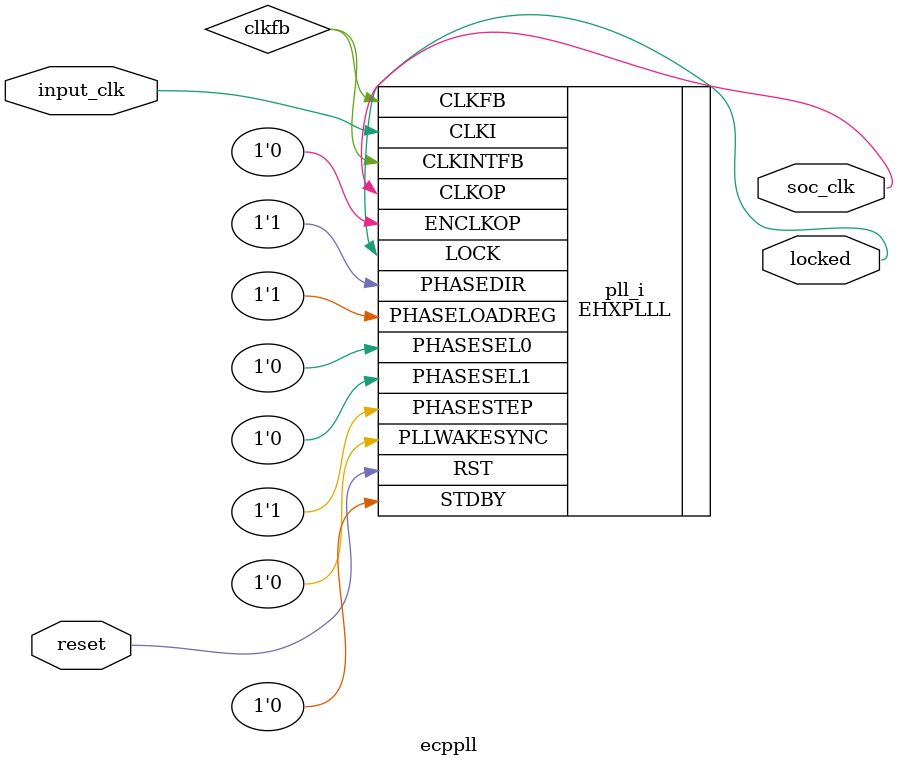
<source format=v>
module ecppll
(
    input reset, // 0:inactive, 1:reset
    input input_clk, // 25 MHz, 0 deg
    output soc_clk, // 45 MHz, 0 deg
    output locked
);
wire clkfb;
(* FREQUENCY_PIN_CLKI="25" *)
(* FREQUENCY_PIN_CLKOP="45" *)
(* ICP_CURRENT="12" *) (* LPF_RESISTOR="8" *) (* MFG_ENABLE_FILTEROPAMP="1" *) (* MFG_GMCREF_SEL="2" *)
EHXPLLL #(
        .PLLRST_ENA("ENABLED"),
        .INTFB_WAKE("DISABLED"),
        .STDBY_ENABLE("DISABLED"),
        .DPHASE_SOURCE("DISABLED"),
        .OUTDIVIDER_MUXA("DIVA"),
        .OUTDIVIDER_MUXB("DIVB"),
        .OUTDIVIDER_MUXC("DIVC"),
        .OUTDIVIDER_MUXD("DIVD"),
        .CLKI_DIV(5),
        .CLKOP_ENABLE("ENABLED"),
        .CLKOP_DIV(13),
        .CLKOP_CPHASE(6),
        .CLKOP_FPHASE(0),
        .FEEDBK_PATH("INT_OP"),
        .CLKFB_DIV(9)
    ) pll_i (
        .RST(reset),
        .STDBY(1'b0),
        .CLKI(input_clk),
        .CLKOP(soc_clk),
        .CLKFB(clkfb),
        .CLKINTFB(clkfb),
        .PHASESEL0(1'b0),
        .PHASESEL1(1'b0),
        .PHASEDIR(1'b1),
        .PHASESTEP(1'b1),
        .PHASELOADREG(1'b1),
        .PLLWAKESYNC(1'b0),
        .ENCLKOP(1'b0),
        .LOCK(locked)
	);
endmodule

</source>
